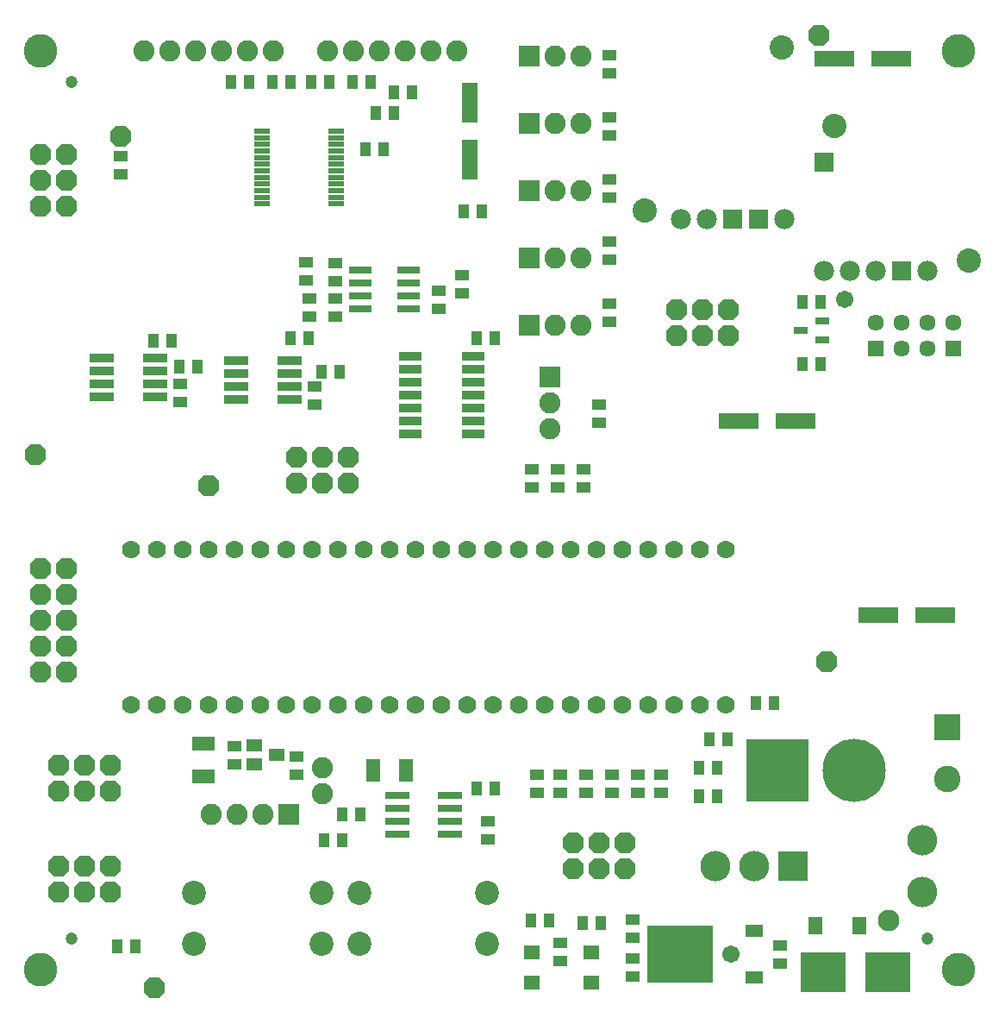
<source format=gts>
G75*
%MOIN*%
%OFA0B0*%
%FSLAX25Y25*%
%IPPOS*%
%LPD*%
%AMOC8*
5,1,8,0,0,1.08239X$1,22.5*
%
%ADD10C,0.13005*%
%ADD11R,0.03950X0.05524*%
%ADD12R,0.05524X0.03950*%
%ADD13R,0.15811X0.06312*%
%ADD14R,0.06312X0.15811*%
%ADD15R,0.05524X0.08674*%
%ADD16C,0.07800*%
%ADD17R,0.07800X0.07800*%
%ADD18C,0.09398*%
%ADD19R,0.05800X0.06587*%
%ADD20R,0.08800X0.03400*%
%ADD21OC8,0.08200*%
%ADD22R,0.06312X0.05524*%
%ADD23C,0.08200*%
%ADD24R,0.17500X0.15800*%
%ADD25R,0.10250X0.10250*%
%ADD26C,0.10250*%
%ADD27C,0.07000*%
%ADD28R,0.25209X0.22060*%
%ADD29R,0.07099X0.04737*%
%ADD30R,0.09461X0.03162*%
%ADD31R,0.05800X0.03000*%
%ADD32R,0.09500X0.03200*%
%ADD33R,0.08600X0.03000*%
%ADD34R,0.06300X0.02170*%
%ADD35C,0.09300*%
%ADD36R,0.08200X0.08200*%
%ADD37R,0.06312X0.04737*%
%ADD38R,0.06350X0.06350*%
%ADD39C,0.06350*%
%ADD40R,0.08674X0.05524*%
%ADD41C,0.24422*%
%ADD42R,0.24422X0.24422*%
%ADD43R,0.11725X0.11725*%
%ADD44C,0.11725*%
%ADD45C,0.04737*%
%ADD46OC8,0.08300*%
%ADD47C,0.06737*%
%ADD48C,0.08300*%
D10*
X0022000Y0022000D03*
X0377000Y0022000D03*
X0377000Y0377000D03*
X0022000Y0377000D03*
D11*
X0095457Y0365000D03*
X0102543Y0365000D03*
X0111457Y0365000D03*
X0118543Y0365000D03*
X0126457Y0365000D03*
X0133543Y0365000D03*
X0142457Y0365000D03*
X0149543Y0365000D03*
X0158457Y0361000D03*
X0165543Y0361000D03*
X0158543Y0353000D03*
X0151457Y0353000D03*
X0154543Y0339000D03*
X0147457Y0339000D03*
X0185457Y0315000D03*
X0192543Y0315000D03*
X0190457Y0266000D03*
X0197543Y0266000D03*
X0137543Y0253000D03*
X0130457Y0253000D03*
X0125543Y0266000D03*
X0118457Y0266000D03*
X0082543Y0255000D03*
X0075457Y0255000D03*
X0072543Y0265000D03*
X0065457Y0265000D03*
X0190457Y0092000D03*
X0197543Y0092000D03*
X0145543Y0082000D03*
X0138457Y0082000D03*
X0138543Y0072000D03*
X0131457Y0072000D03*
X0058543Y0031000D03*
X0051457Y0031000D03*
X0211457Y0041000D03*
X0218543Y0041000D03*
X0231457Y0040000D03*
X0238543Y0040000D03*
X0276457Y0089000D03*
X0283543Y0089000D03*
X0283543Y0100000D03*
X0276457Y0100000D03*
X0280457Y0111000D03*
X0287543Y0111000D03*
X0298457Y0125000D03*
X0305543Y0125000D03*
X0316457Y0256000D03*
X0323543Y0256000D03*
X0323543Y0280000D03*
X0316457Y0280000D03*
D12*
X0242000Y0279543D03*
X0242000Y0272457D03*
X0242000Y0296457D03*
X0242000Y0303543D03*
X0242000Y0320457D03*
X0242000Y0327543D03*
X0242000Y0344457D03*
X0242000Y0351543D03*
X0242000Y0368457D03*
X0242000Y0375543D03*
X0185000Y0290543D03*
X0185000Y0283457D03*
X0176000Y0284543D03*
X0176000Y0277457D03*
X0136000Y0274457D03*
X0136000Y0281543D03*
X0136000Y0287957D03*
X0136000Y0295043D03*
X0124500Y0295543D03*
X0124500Y0288457D03*
X0126000Y0281543D03*
X0126000Y0274457D03*
X0128000Y0247543D03*
X0128000Y0240457D03*
X0076000Y0241457D03*
X0076000Y0248543D03*
X0053000Y0329457D03*
X0053000Y0336543D03*
X0212000Y0215543D03*
X0212000Y0208457D03*
X0222000Y0208457D03*
X0222000Y0215543D03*
X0232000Y0215543D03*
X0232000Y0208457D03*
X0238000Y0233457D03*
X0238000Y0240543D03*
X0097000Y0108543D03*
X0097000Y0101457D03*
X0121000Y0104543D03*
X0121000Y0097457D03*
X0195000Y0079543D03*
X0195000Y0072457D03*
X0214000Y0090457D03*
X0214000Y0097543D03*
X0223000Y0097543D03*
X0223000Y0090457D03*
X0233000Y0090457D03*
X0233000Y0097543D03*
X0243000Y0097543D03*
X0243000Y0090457D03*
X0253000Y0090457D03*
X0253000Y0097543D03*
X0262000Y0097543D03*
X0262000Y0090457D03*
X0251000Y0041543D03*
X0251000Y0034457D03*
X0251000Y0026543D03*
X0251000Y0019457D03*
X0223000Y0025457D03*
X0223000Y0032543D03*
X0308000Y0031543D03*
X0308000Y0024457D03*
D13*
X0346051Y0159000D03*
X0367949Y0159000D03*
X0313949Y0234000D03*
X0292051Y0234000D03*
X0329051Y0374000D03*
X0350949Y0374000D03*
D14*
X0188000Y0356949D03*
X0188000Y0335051D03*
D15*
X0163299Y0099000D03*
X0150701Y0099000D03*
D16*
X0325000Y0292000D03*
X0335000Y0292000D03*
X0345000Y0292000D03*
X0365000Y0292000D03*
X0309500Y0312000D03*
X0279500Y0312000D03*
X0269500Y0312000D03*
D17*
X0289500Y0312000D03*
X0299500Y0312000D03*
X0325000Y0334000D03*
X0355000Y0292000D03*
D18*
X0381000Y0296000D03*
X0329000Y0348000D03*
X0308500Y0378500D03*
X0255500Y0315500D03*
D19*
X0321535Y0039000D03*
X0338465Y0039000D03*
D20*
X0189100Y0229000D03*
X0189100Y0234000D03*
X0189100Y0239000D03*
X0189100Y0244000D03*
X0189100Y0249000D03*
X0189100Y0254000D03*
X0189100Y0259000D03*
X0164900Y0259000D03*
X0164900Y0254000D03*
X0164900Y0249000D03*
X0164900Y0244000D03*
X0164900Y0239000D03*
X0164900Y0234000D03*
X0164900Y0229000D03*
D21*
X0141000Y0220000D03*
X0141000Y0210000D03*
X0131000Y0210000D03*
X0131000Y0220000D03*
X0121000Y0220000D03*
X0121000Y0210000D03*
X0032000Y0177000D03*
X0032000Y0167000D03*
X0022000Y0167000D03*
X0022000Y0177000D03*
X0022000Y0157000D03*
X0022000Y0147000D03*
X0032000Y0147000D03*
X0032000Y0157000D03*
X0032000Y0137000D03*
X0022000Y0137000D03*
X0029000Y0101000D03*
X0029000Y0091000D03*
X0039000Y0091000D03*
X0039000Y0101000D03*
X0049000Y0101000D03*
X0049000Y0091000D03*
X0049000Y0062000D03*
X0049000Y0052000D03*
X0039000Y0052000D03*
X0039000Y0062000D03*
X0029000Y0062000D03*
X0029000Y0052000D03*
X0228000Y0061000D03*
X0238000Y0061000D03*
X0238000Y0071000D03*
X0228000Y0071000D03*
X0248000Y0071000D03*
X0248000Y0061000D03*
X0268000Y0267000D03*
X0278000Y0267000D03*
X0278000Y0277000D03*
X0268000Y0277000D03*
X0288000Y0277000D03*
X0288000Y0267000D03*
X0032000Y0317000D03*
X0032000Y0327000D03*
X0022000Y0327000D03*
X0022000Y0317000D03*
X0022000Y0337000D03*
X0032000Y0337000D03*
D22*
X0212000Y0028906D03*
X0212000Y0017094D03*
X0235000Y0017094D03*
X0235000Y0028906D03*
D23*
X0131000Y0090000D03*
X0131000Y0100000D03*
X0108000Y0082000D03*
X0098000Y0082000D03*
X0088000Y0082000D03*
X0219000Y0231000D03*
X0219000Y0241000D03*
X0221000Y0271000D03*
X0231000Y0271000D03*
X0231000Y0297000D03*
X0221000Y0297000D03*
X0221000Y0323000D03*
X0231000Y0323000D03*
X0231000Y0349000D03*
X0221000Y0349000D03*
X0221000Y0375000D03*
X0231000Y0375000D03*
X0183000Y0377000D03*
X0173000Y0377000D03*
X0163000Y0377000D03*
X0153000Y0377000D03*
X0143000Y0377000D03*
X0133000Y0377000D03*
X0112000Y0377000D03*
X0102000Y0377000D03*
X0092000Y0377000D03*
X0082000Y0377000D03*
X0072000Y0377000D03*
X0062000Y0377000D03*
D24*
X0324500Y0021000D03*
X0349600Y0021000D03*
D25*
X0372567Y0115638D03*
D26*
X0372567Y0095638D03*
D27*
X0287000Y0124500D03*
X0277000Y0124500D03*
X0267000Y0124500D03*
X0257000Y0124500D03*
X0247000Y0124500D03*
X0237000Y0124500D03*
X0227000Y0124500D03*
X0217000Y0124500D03*
X0207000Y0124500D03*
X0197000Y0124500D03*
X0187000Y0124500D03*
X0177000Y0124500D03*
X0167000Y0124500D03*
X0157000Y0124500D03*
X0147000Y0124500D03*
X0137000Y0124500D03*
X0127000Y0124500D03*
X0117000Y0124500D03*
X0107000Y0124500D03*
X0097000Y0124500D03*
X0087000Y0124500D03*
X0077000Y0124500D03*
X0067000Y0124500D03*
X0057000Y0124500D03*
X0057000Y0184500D03*
X0067000Y0184500D03*
X0077000Y0184500D03*
X0087000Y0184500D03*
X0097000Y0184500D03*
X0107000Y0184500D03*
X0117000Y0184500D03*
X0127000Y0184500D03*
X0137000Y0184500D03*
X0147000Y0184500D03*
X0157000Y0184500D03*
X0167000Y0184500D03*
X0177000Y0184500D03*
X0187000Y0184500D03*
X0197000Y0184500D03*
X0207000Y0184500D03*
X0217000Y0184500D03*
X0227000Y0184500D03*
X0237000Y0184500D03*
X0247000Y0184500D03*
X0257000Y0184500D03*
X0267000Y0184500D03*
X0277000Y0184500D03*
X0287000Y0184500D03*
D28*
X0269157Y0028000D03*
D29*
X0297898Y0019024D03*
X0297898Y0036976D03*
D30*
X0180236Y0074500D03*
X0180236Y0079500D03*
X0180236Y0084500D03*
X0180236Y0089500D03*
X0159764Y0089500D03*
X0159764Y0084500D03*
X0159764Y0079500D03*
X0159764Y0074500D03*
D31*
X0324100Y0265300D03*
X0324100Y0272700D03*
X0315900Y0269000D03*
D32*
X0118300Y0257500D03*
X0118300Y0252500D03*
X0118300Y0247500D03*
X0118300Y0242500D03*
X0097700Y0242500D03*
X0097700Y0247500D03*
X0097700Y0252500D03*
X0097700Y0257500D03*
X0066300Y0258500D03*
X0066300Y0253500D03*
X0066300Y0248500D03*
X0066300Y0243500D03*
X0045700Y0243500D03*
X0045700Y0248500D03*
X0045700Y0253500D03*
X0045700Y0258500D03*
D33*
X0145700Y0277500D03*
X0145700Y0282500D03*
X0145700Y0287500D03*
X0145700Y0292500D03*
X0164300Y0292500D03*
X0164300Y0287500D03*
X0164300Y0282500D03*
X0164300Y0277500D03*
D34*
X0136394Y0317925D03*
X0136394Y0320484D03*
X0136394Y0323043D03*
X0136394Y0325602D03*
X0136394Y0328161D03*
X0136394Y0330720D03*
X0136394Y0333280D03*
X0136394Y0335839D03*
X0136394Y0338398D03*
X0136394Y0340957D03*
X0136394Y0343516D03*
X0136394Y0346075D03*
X0107606Y0346075D03*
X0107606Y0343516D03*
X0107606Y0340957D03*
X0107606Y0338398D03*
X0107606Y0335839D03*
X0107606Y0333280D03*
X0107606Y0330720D03*
X0107606Y0328161D03*
X0107606Y0325602D03*
X0107606Y0323043D03*
X0107606Y0320484D03*
X0107606Y0317925D03*
D35*
X0130606Y0051843D03*
X0145394Y0051843D03*
X0145394Y0032157D03*
X0130606Y0032157D03*
X0081394Y0032157D03*
X0081394Y0051843D03*
X0194606Y0051843D03*
X0194606Y0032157D03*
D36*
X0118000Y0082000D03*
X0219000Y0251000D03*
X0211000Y0271000D03*
X0211000Y0297000D03*
X0211000Y0323000D03*
X0211000Y0349000D03*
X0211000Y0375000D03*
D37*
X0104669Y0108740D03*
X0104669Y0101260D03*
X0113331Y0105000D03*
D38*
X0345059Y0262195D03*
X0375059Y0262195D03*
D39*
X0365059Y0262195D03*
X0365059Y0272195D03*
X0375059Y0272195D03*
X0355059Y0272195D03*
X0345059Y0272195D03*
X0355059Y0262195D03*
D40*
X0085000Y0109299D03*
X0085000Y0096701D03*
D41*
X0336528Y0099000D03*
D42*
X0307000Y0099000D03*
D43*
X0313000Y0062000D03*
D44*
X0298000Y0062000D03*
X0283000Y0062000D03*
X0363000Y0052000D03*
X0363000Y0072000D03*
D45*
X0365000Y0034000D03*
X0034000Y0034000D03*
X0034000Y0365000D03*
D46*
X0053000Y0344000D03*
X0020000Y0221000D03*
X0087000Y0209000D03*
X0066000Y0015000D03*
X0326000Y0141000D03*
X0323000Y0383000D03*
D47*
X0333000Y0281000D03*
X0289000Y0028000D03*
D48*
X0350000Y0041000D03*
M02*

</source>
